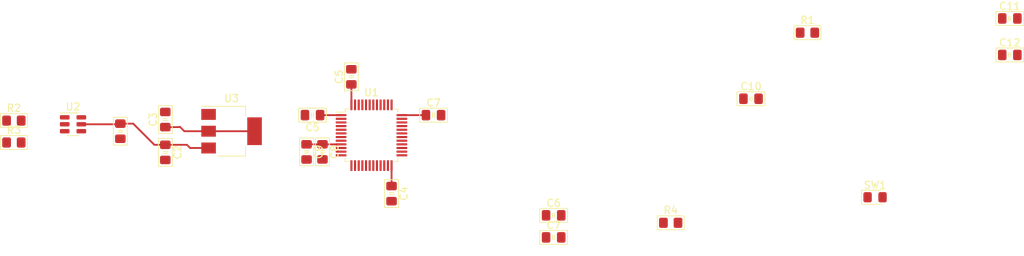
<source format=kicad_pcb>
(kicad_pcb (version 20221018) (generator pcbnew)
  (layers (0 "F.Cu" signal) (31 "B.Cu" signal) (34 "B.Paste" user) (35 "F.Paste" user) (36 "B.SilkS" user "B.Silkscreen") (37 "F.SilkS" user "F.Silkscreen") (38 "B.Mask" user) (39 "F.Mask" user) (44 "Edge.Cuts" user))
  (net 0 "")
  (net 20 "+3.3V")
  (net 41 "D+BUS")
  (net 42 "GND")
  (net 43 "D-BUS")
  (net 44 "D-")
  (net 45 "VBUS")
  (net 46 "D+")
  (net 47 "OSC_OUT")
  (net 48 "OSC_IN")
  (net 49 "LEDPWM")
  (net 51 "Net-(USB1-CC1)")
  (net 52 "Net-(USB1-CC2)")
  (net 53 "BOOT0")
  (net 54 "Net-(U1-VDDA)")
  (footprint "PCM_Capacitor_SMD_AKL:C_0805_2012Metric_Pad1.18x1.45mm_HandSolder" (layer "F.Cu") (at 119.2475 103.35 -90)
    (fp_text reference "C2" (at 0 -1.68 90) (layer "F.SilkS"))
    (fp_text value "10uF")
    (fp_line (start -1.905 -0.9525) (end -1.905 -0.889) (stroke (width 0.12)) (layer "F.SilkS"))
    (fp_line (start -1.905 -0.889) (end -1.905 0.9525) (stroke (width 0.12)) (layer "F.SilkS"))
    (fp_line (start -1.905 0.9525) (end 1.905 0.9525) (stroke (width 0.12)) (layer "F.SilkS"))
    (fp_line (start -0.127 -0.3175) (end -0.127 0.3175) (stroke (width 0.12)) (layer "F.SilkS"))
    (fp_line (start -0.127 0) (end -0.1905 0) (stroke (width 0.12)) (layer "F.SilkS"))
    (fp_line (start 0.127 0) (end 0.1905 0) (stroke (width 0.12)) (layer "F.SilkS"))
    (fp_line (start 0.127 0.3175) (end 0.127 -0.3175) (stroke (width 0.12)) (layer "F.SilkS"))
    (fp_line (start 1.905 -0.9525) (end -1.905 -0.9525) (stroke (width 0.12)) (layer "F.SilkS"))
    (fp_line (start 1.905 0.9525) (end 1.905 -0.9525) (stroke (width 0.12)) (layer "F.SilkS"))
    (pad "1" smd roundrect (at -1.0375 0 270) (size 1.175 1.45) (layers "F.Cu" "F.Paste" "F.Mask") (roundrect_rratio 0.212766) (net 45 "VBUS"))
    (pad "2" smd roundrect (at 1.0375 0 270) (size 1.175 1.45) (layers "F.Cu" "F.Paste" "F.Mask") (roundrect_rratio 0.212766) (net 42 "GND"))
  )
  (footprint "Package_QFP:LQFP-48_7x7mm_P0.5mm" (layer "F.Cu") (at 147.499998 101)
    (fp_text reference "U1" (at 0 -5.85) (layer "F.SilkS"))
    (fp_text value "STM32F303CCTx")
    (fp_line (start -3.61 -3.61) (end -3.61 -3.16) (stroke (width 0.12)) (layer "F.SilkS"))
    (fp_line (start -3.61 -3.16) (end -4.9 -3.16) (stroke (width 0.12)) (layer "F.SilkS"))
    (fp_line (start -3.61 3.61) (end -3.61 3.16) (stroke (width 0.12)) (layer "F.SilkS"))
    (fp_line (start -3.16 -3.61) (end -3.61 -3.61) (stroke (width 0.12)) (layer "F.SilkS"))
    (fp_line (start -3.16 3.61) (end -3.61 3.61) (stroke (width 0.12)) (layer "F.SilkS"))
    (fp_line (start 3.16 -3.61) (end 3.61 -3.61) (stroke (width 0.12)) (layer "F.SilkS"))
    (fp_line (start 3.16 3.61) (end 3.61 3.61) (stroke (width 0.12)) (layer "F.SilkS"))
    (fp_line (start 3.61 -3.61) (end 3.61 -3.16) (stroke (width 0.12)) (layer "F.SilkS"))
    (fp_line (start 3.61 3.61) (end 3.61 3.16) (stroke (width 0.12)) (layer "F.SilkS"))
    (pad "1" smd roundrect (at -4.1625 -2.75) (size 1.475 0.3) (layers "F.Cu" "F.Paste" "F.Mask") (net 20 "+3.3V"))
    (pad "2" smd roundrect (at -4.1625 -2.25) (size 1.475 0.3) (layers "F.Cu" "F.Paste" "F.Mask"))
    (pad "3" smd roundrect (at -4.1625 -1.75) (size 1.475 0.3) (layers "F.Cu" "F.Paste" "F.Mask"))
    (pad "4" smd roundrect (at -4.1625 -1.25) (size 1.475 0.3) (layers "F.Cu" "F.Paste" "F.Mask"))
    (pad "5" smd roundrect (at -4.1625 -0.75) (size 1.475 0.3) (layers "F.Cu" "F.Paste" "F.Mask"))
    (pad "6" smd roundrect (at -4.1625 -0.25) (size 1.475 0.3) (layers "F.Cu" "F.Paste" "F.Mask"))
    (pad "7" smd roundrect (at -4.1625 0.25) (size 1.475 0.3) (layers "F.Cu" "F.Paste" "F.Mask"))
    (pad "8" smd roundrect (at -4.1625 0.75) (size 1.475 0.3) (layers "F.Cu" "F.Paste" "F.Mask") (net 42 "GND"))
    (pad "9" smd roundrect (at -4.1625 1.25) (size 1.475 0.3) (layers "F.Cu" "F.Paste" "F.Mask") (net 54 "Net-(U1-VDDA)"))
    (pad "10" smd roundrect (at -4.1625 1.75) (size 1.475 0.3) (layers "F.Cu" "F.Paste" "F.Mask"))
    (pad "11" smd roundrect (at -4.1625 2.25) (size 1.475 0.3) (layers "F.Cu" "F.Paste" "F.Mask"))
    (pad "12" smd roundrect (at -4.1625 2.75) (size 1.475 0.3) (layers "F.Cu" "F.Paste" "F.Mask"))
    (pad "13" smd roundrect (at -2.75 4.1625) (size 0.3 1.475) (layers "F.Cu" "F.Paste" "F.Mask"))
    (pad "14" smd roundrect (at -2.25 4.1625) (size 0.3 1.475) (layers "F.Cu" "F.Paste" "F.Mask"))
    (pad "15" smd roundrect (at -1.75 4.1625) (size 0.3 1.475) (layers "F.Cu" "F.Paste" "F.Mask"))
    (pad "16" smd roundrect (at -1.25 4.1625) (size 0.3 1.475) (layers "F.Cu" "F.Paste" "F.Mask"))
    (pad "17" smd roundrect (at -0.75 4.1625) (size 0.3 1.475) (layers "F.Cu" "F.Paste" "F.Mask"))
    (pad "18" smd roundrect (at -0.25 4.1625) (size 0.3 1.475) (layers "F.Cu" "F.Paste" "F.Mask"))
    (pad "19" smd roundrect (at 0.25 4.1625) (size 0.3 1.475) (layers "F.Cu" "F.Paste" "F.Mask"))
    (pad "20" smd roundrect (at 0.75 4.1625) (size 0.3 1.475) (layers "F.Cu" "F.Paste" "F.Mask"))
    (pad "21" smd roundrect (at 1.25 4.1625) (size 0.3 1.475) (layers "F.Cu" "F.Paste" "F.Mask"))
    (pad "22" smd roundrect (at 1.75 4.1625) (size 0.3 1.475) (layers "F.Cu" "F.Paste" "F.Mask"))
    (pad "23" smd roundrect (at 2.25 4.1625) (size 0.3 1.475) (layers "F.Cu" "F.Paste" "F.Mask") (net 42 "GND"))
    (pad "24" smd roundrect (at 2.75 4.1625) (size 0.3 1.475) (layers "F.Cu" "F.Paste" "F.Mask") (net 20 "+3.3V"))
    (pad "25" smd roundrect (at 4.1625 2.75) (size 1.475 0.3) (layers "F.Cu" "F.Paste" "F.Mask"))
    (pad "26" smd roundrect (at 4.1625 2.25) (size 1.475 0.3) (layers "F.Cu" "F.Paste" "F.Mask"))
    (pad "27" smd roundrect (at 4.1625 1.75) (size 1.475 0.3) (layers "F.Cu" "F.Paste" "F.Mask"))
    (pad "28" smd roundrect (at 4.1625 1.25) (size 1.475 0.3) (layers "F.Cu" "F.Paste" "F.Mask"))
    (pad "29" smd roundrect (at 4.1625 0.75) (size 1.475 0.3) (layers "F.Cu" "F.Paste" "F.Mask"))
    (pad "30" smd roundrect (at 4.1625 0.25) (size 1.475 0.3) (layers "F.Cu" "F.Paste" "F.Mask"))
    (pad "31" smd roundrect (at 4.1625 -0.25) (size 1.475 0.3) (layers "F.Cu" "F.Paste" "F.Mask"))
    (pad "32" smd roundrect (at 4.1625 -0.75) (size 1.475 0.3) (layers "F.Cu" "F.Paste" "F.Mask"))
    (pad "33" smd roundrect (at 4.1625 -1.25) (size 1.475 0.3) (layers "F.Cu" "F.Paste" "F.Mask"))
    (pad "34" smd roundrect (at 4.1625 -1.75) (size 1.475 0.3) (layers "F.Cu" "F.Paste" "F.Mask"))
    (pad "35" smd roundrect (at 4.1625 -2.25) (size 1.475 0.3) (layers "F.Cu" "F.Paste" "F.Mask") (net 42 "GND"))
    (pad "36" smd roundrect (at 4.1625 -2.75) (size 1.475 0.3) (layers "F.Cu" "F.Paste" "F.Mask") (net 20 "+3.3V"))
    (pad "37" smd roundrect (at 2.75 -4.1625) (size 0.3 1.475) (layers "F.Cu" "F.Paste" "F.Mask"))
    (pad "38" smd roundrect (at 2.25 -4.1625) (size 0.3 1.475) (layers "F.Cu" "F.Paste" "F.Mask"))
    (pad "39" smd roundrect (at 1.75 -4.1625) (size 0.3 1.475) (layers "F.Cu" "F.Paste" "F.Mask"))
    (pad "40" smd roundrect (at 1.25 -4.1625) (size 0.3 1.475) (layers "F.Cu" "F.Paste" "F.Mask"))
    (pad "41" smd roundrect (at 0.75 -4.1625) (size 0.3 1.475) (layers "F.Cu" "F.Paste" "F.Mask"))
    (pad "42" smd roundrect (at 0.25 -4.1625) (size 0.3 1.475) (layers "F.Cu" "F.Paste" "F.Mask"))
    (pad "43" smd roundrect (at -0.25 -4.1625) (size 0.3 1.475) (layers "F.Cu" "F.Paste" "F.Mask"))
    (pad "44" smd roundrect (at -0.75 -4.1625) (size 0.3 1.475) (layers "F.Cu" "F.Paste" "F.Mask"))
    (pad "45" smd roundrect (at -1.25 -4.1625) (size 0.3 1.475) (layers "F.Cu" "F.Paste" "F.Mask"))
    (pad "46" smd roundrect (at -1.75 -4.1625) (size 0.3 1.475) (layers "F.Cu" "F.Paste" "F.Mask"))
    (pad "47" smd roundrect (at -2.25 -4.1625) (size 0.3 1.475) (layers "F.Cu" "F.Paste" "F.Mask") (net 42 "GND"))
    (pad "48" smd roundrect (at -2.75 -4.1625) (size 0.3 1.475) (layers "F.Cu" "F.Paste" "F.Mask") (net 20 "+3.3V"))
  )
  (footprint "Package_TO_SOT_SMD:SOT-23-6" (layer "F.Cu") (at 106.605 99.5)
    (fp_text reference "U2" (at 0 -2.4) (layer "F.SilkS"))
    (fp_text value "USBLC6-2SC6" hide)
    (fp_line (start 0 -1.56) (end -1.8 -1.56) (stroke (width 0.12)) (layer "F.SilkS"))
    (fp_line (start 0 -1.56) (end 0.8 -1.56) (stroke (width 0.12)) (layer "F.SilkS"))
    (fp_line (start 0 1.56) (end -0.8 1.56) (stroke (width 0.12)) (layer "F.SilkS"))
    (fp_line (start 0 1.56) (end 0.8 1.56) (stroke (width 0.12)) (layer "F.SilkS"))
    (pad "1" smd roundrect (at -1.1375 -0.95) (size 1.325 0.6) (layers "F.Cu" "F.Paste" "F.Mask") (net 41 "D+BUS"))
    (pad "2" smd roundrect (at -1.1375 0) (size 1.325 0.6) (layers "F.Cu" "F.Paste" "F.Mask") (net 42 "GND"))
    (pad "3" smd roundrect (at -1.1375 0.95) (size 1.325 0.6) (layers "F.Cu" "F.Paste" "F.Mask") (net 43 "D-BUS"))
    (pad "4" smd roundrect (at 1.1375 0.95) (size 1.325 0.6) (layers "F.Cu" "F.Paste" "F.Mask") (net 44 "D-"))
    (pad "5" smd roundrect (at 1.1375 0) (size 1.325 0.6) (layers "F.Cu" "F.Paste" "F.Mask") (net 45 "VBUS"))
    (pad "6" smd roundrect (at 1.1375 -0.95) (size 1.325 0.6) (layers "F.Cu" "F.Paste" "F.Mask") (net 46 "D+"))
  )
  (footprint "PCM_Capacitor_SMD_AKL:C_0805_2012Metric_Pad1.18x1.45mm_HandSolder" (layer "F.Cu") (at 199.5 96)
    (fp_text reference "C10" (at 0 -1.68) (layer "F.SilkS"))
    (fp_text value "C_4.7uF")
    (fp_line (start -1.905 -0.9525) (end -1.905 -0.889) (stroke (width 0.12)) (layer "F.SilkS"))
    (fp_line (start -1.905 -0.889) (end -1.905 0.9525) (stroke (width 0.12)) (layer "F.SilkS"))
    (fp_line (start -1.905 0.9525) (end 1.905 0.9525) (stroke (width 0.12)) (layer "F.SilkS"))
    (fp_line (start -0.127 -0.3175) (end -0.127 0.3175) (stroke (width 0.12)) (layer "F.SilkS"))
    (fp_line (start -0.127 0) (end -0.1905 0) (stroke (width 0.12)) (layer "F.SilkS"))
    (fp_line (start 0.127 0) (end 0.1905 0) (stroke (width 0.12)) (layer "F.SilkS"))
    (fp_line (start 0.127 0.3175) (end 0.127 -0.3175) (stroke (width 0.12)) (layer "F.SilkS"))
    (fp_line (start 1.905 -0.9525) (end -1.905 -0.9525) (stroke (width 0.12)) (layer "F.SilkS"))
    (fp_line (start 1.905 0.9525) (end 1.905 -0.9525) (stroke (width 0.12)) (layer "F.SilkS"))
    (pad "1" smd roundrect (at -1.0375 0) (size 1.175 1.45) (layers "F.Cu" "F.Paste" "F.Mask") (roundrect_rratio 0.212766))
    (pad "2" smd roundrect (at 1.0375 0) (size 1.175 1.45) (layers "F.Cu" "F.Paste" "F.Mask") (roundrect_rratio 0.212766) (net 42 "GND"))
  )
  (footprint "PCM_Capacitor_SMD_AKL:C_0805_2012Metric_Pad1.18x1.45mm_HandSolder" (layer "F.Cu") (at 172.4625 115)
    (fp_text reference "C7" (at 0 -1.68) (layer "F.SilkS"))
    (fp_text value "100nF")
    (fp_line (start -1.905 -0.9525) (end -1.905 -0.889) (stroke (width 0.12)) (layer "F.SilkS"))
    (fp_line (start -1.905 -0.889) (end -1.905 0.9525) (stroke (width 0.12)) (layer "F.SilkS"))
    (fp_line (start -1.905 0.9525) (end 1.905 0.9525) (stroke (width 0.12)) (layer "F.SilkS"))
    (fp_line (start -0.127 -0.3175) (end -0.127 0.3175) (stroke (width 0.12)) (layer "F.SilkS"))
    (fp_line (start -0.127 0) (end -0.1905 0) (stroke (width 0.12)) (layer "F.SilkS"))
    (fp_line (start 0.127 0) (end 0.1905 0) (stroke (width 0.12)) (layer "F.SilkS"))
    (fp_line (start 0.127 0.3175) (end 0.127 -0.3175) (stroke (width 0.12)) (layer "F.SilkS"))
    (fp_line (start 1.905 -0.9525) (end -1.905 -0.9525) (stroke (width 0.12)) (layer "F.SilkS"))
    (fp_line (start 1.905 0.9525) (end 1.905 -0.9525) (stroke (width 0.12)) (layer "F.SilkS"))
    (pad "1" smd roundrect (at -1.0375 0) (size 1.175 1.45) (layers "F.Cu" "F.Paste" "F.Mask") (roundrect_rratio 0.212766) (net 20 "+3.3V"))
    (pad "2" smd roundrect (at 1.0375 0) (size 1.175 1.45) (layers "F.Cu" "F.Paste" "F.Mask") (roundrect_rratio 0.212766) (net 42 "GND"))
  )
  (footprint "PCM_Capacitor_SMD_AKL:C_0805_2012Metric_Pad1.18x1.45mm_HandSolder" (layer "F.Cu") (at 234.9625 85)
    (fp_text reference "C11" (at 0 -1.68) (layer "F.SilkS"))
    (fp_text value "30pF")
    (fp_line (start -1.905 -0.9525) (end -1.905 -0.889) (stroke (width 0.12)) (layer "F.SilkS"))
    (fp_line (start -1.905 -0.889) (end -1.905 0.9525) (stroke (width 0.12)) (layer "F.SilkS"))
    (fp_line (start -1.905 0.9525) (end 1.905 0.9525) (stroke (width 0.12)) (layer "F.SilkS"))
    (fp_line (start -0.127 -0.3175) (end -0.127 0.3175) (stroke (width 0.12)) (layer "F.SilkS"))
    (fp_line (start -0.127 0) (end -0.1905 0) (stroke (width 0.12)) (layer "F.SilkS"))
    (fp_line (start 0.127 0) (end 0.1905 0) (stroke (width 0.12)) (layer "F.SilkS"))
    (fp_line (start 0.127 0.3175) (end 0.127 -0.3175) (stroke (width 0.12)) (layer "F.SilkS"))
    (fp_line (start 1.905 -0.9525) (end -1.905 -0.9525) (stroke (width 0.12)) (layer "F.SilkS"))
    (fp_line (start 1.905 0.9525) (end 1.905 -0.9525) (stroke (width 0.12)) (layer "F.SilkS"))
    (pad "1" smd roundrect (at -1.0375 0) (size 1.175 1.45) (layers "F.Cu" "F.Paste" "F.Mask") (roundrect_rratio 0.212766) (net 47 "OSC_OUT"))
    (pad "2" smd roundrect (at 1.0375 0) (size 1.175 1.45) (layers "F.Cu" "F.Paste" "F.Mask") (roundrect_rratio 0.212766) (net 42 "GND"))
  )
  (footprint "PCM_Resistor_SMD_AKL:R_0805_2012Metric_Pad1.20x1.40mm_HandSolder" (layer "F.Cu") (at 98.5 102)
    (fp_text reference "R3" (at 0 -1.7145) (layer "F.SilkS"))
    (fp_text value "5.1k")
    (fp_line (start -1.8415 -0.9525) (end -1.8415 0.9525) (stroke (width 0.12)) (layer "F.SilkS"))
    (fp_line (start -1.8415 0.9525) (end 1.8415 0.9525) (stroke (width 0.12)) (layer "F.SilkS"))
    (fp_line (start 1.8415 -0.9525) (end -1.8415 -0.9525) (stroke (width 0.12)) (layer "F.SilkS"))
    (fp_line (start 1.8415 0.9525) (end 1.8415 -0.9525) (stroke (width 0.12)) (layer "F.SilkS"))
    (pad "1" smd roundrect (at -1 0) (size 1.2 1.4) (layers "F.Cu" "F.Paste" "F.Mask") (roundrect_rratio 0.208333) (net 42 "GND"))
    (pad "2" smd roundrect (at 1 0) (size 1.2 1.4) (layers "F.Cu" "F.Paste" "F.Mask") (roundrect_rratio 0.208333) (net 52 "Net-(USB1-CC2)"))
  )
  (footprint "Diode_SMD:D_0805_2012Metric_Pad1.15x1.40mm_HandSolder" (layer "F.Cu") (at 216.5 109.5)
    (fp_text reference "SW1" (at 0 -1.65) (layer "F.SilkS"))
    (fp_text value "SW_Push")
    (fp_line (start -1.86 -0.96) (end -1.86 0.96) (stroke (width 0.12)) (layer "F.SilkS"))
    (fp_line (start -1.86 0.96) (end 1 0.96) (stroke (width 0.12)) (layer "F.SilkS"))
    (fp_line (start 1 -0.96) (end -1.86 -0.96) (stroke (width 0.12)) (layer "F.SilkS"))
    (pad "1" smd roundrect (at -1.025 0) (size 1.15 1.4) (layers "F.Cu" "F.Paste" "F.Mask") (roundrect_rratio 0.217391) (net 20 "+3.3V"))
    (pad "2" smd roundrect (at 1.025 0) (size 1.15 1.4) (layers "F.Cu" "F.Paste" "F.Mask") (roundrect_rratio 0.217391) (net 53 "BOOT0"))
  )
  (footprint "PCM_Capacitor_SMD_AKL:C_0805_2012Metric_Pad1.18x1.45mm_HandSolder" (layer "F.Cu") (at 138.602309 103.285082 -90)
    (fp_text reference "C9" (at 0 -1.68 90) (layer "F.SilkS"))
    (fp_text value "10nF")
    (fp_line (start -1.905 -0.9525) (end -1.905 -0.889) (stroke (width 0.12)) (layer "F.SilkS"))
    (fp_line (start -1.905 -0.889) (end -1.905 0.9525) (stroke (width 0.12)) (layer "F.SilkS"))
    (fp_line (start -1.905 0.9525) (end 1.905 0.9525) (stroke (width 0.12)) (layer "F.SilkS"))
    (fp_line (start -0.127 -0.3175) (end -0.127 0.3175) (stroke (width 0.12)) (layer "F.SilkS"))
    (fp_line (start -0.127 0) (end -0.1905 0) (stroke (width 0.12)) (layer "F.SilkS"))
    (fp_line (start 0.127 0) (end 0.1905 0) (stroke (width 0.12)) (layer "F.SilkS"))
    (fp_line (start 0.127 0.3175) (end 0.127 -0.3175) (stroke (width 0.12)) (layer "F.SilkS"))
    (fp_line (start 1.905 -0.9525) (end -1.905 -0.9525) (stroke (width 0.12)) (layer "F.SilkS"))
    (fp_line (start 1.905 0.9525) (end 1.905 -0.9525) (stroke (width 0.12)) (layer "F.SilkS"))
    (pad "1" smd roundrect (at -1.0375 0 270) (size 1.175 1.45) (layers "F.Cu" "F.Paste" "F.Mask") (roundrect_rratio 0.212766) (net 54 "Net-(U1-VDDA)"))
    (pad "2" smd roundrect (at 1.0375 0 270) (size 1.175 1.45) (layers "F.Cu" "F.Paste" "F.Mask") (roundrect_rratio 0.212766) (net 42 "GND"))
  )
  (footprint "PCM_Resistor_SMD_AKL:R_0805_2012Metric_Pad1.20x1.40mm_HandSolder" (layer "F.Cu") (at 188.5 113)
    (fp_text reference "R4" (at 0 -1.7145) (layer "F.SilkS"))
    (fp_text value "10k")
    (fp_line (start -1.8415 -0.9525) (end -1.8415 0.9525) (stroke (width 0.12)) (layer "F.SilkS"))
    (fp_line (start -1.8415 0.9525) (end 1.8415 0.9525) (stroke (width 0.12)) (layer "F.SilkS"))
    (fp_line (start 1.8415 -0.9525) (end -1.8415 -0.9525) (stroke (width 0.12)) (layer "F.SilkS"))
    (fp_line (start 1.8415 0.9525) (end 1.8415 -0.9525) (stroke (width 0.12)) (layer "F.SilkS"))
    (pad "1" smd roundrect (at -1 0) (size 1.2 1.4) (layers "F.Cu" "F.Paste" "F.Mask") (roundrect_rratio 0.208333) (net 42 "GND"))
    (pad "2" smd roundrect (at 1 0) (size 1.2 1.4) (layers "F.Cu" "F.Paste" "F.Mask") (roundrect_rratio 0.208333) (net 53 "BOOT0"))
  )
  (footprint "PCM_Capacitor_SMD_AKL:C_0805_2012Metric_Pad1.18x1.45mm_HandSolder" (layer "F.Cu") (at 144.739944 92.997813 90)
    (fp_text reference "C5" (at 0 -1.68 90) (layer "F.SilkS"))
    (fp_text value "100nF")
    (fp_line (start -1.905 -0.9525) (end -1.905 -0.889) (stroke (width 0.12)) (layer "F.SilkS"))
    (fp_line (start -1.905 -0.889) (end -1.905 0.9525) (stroke (width 0.12)) (layer "F.SilkS"))
    (fp_line (start -1.905 0.9525) (end 1.905 0.9525) (stroke (width 0.12)) (layer "F.SilkS"))
    (fp_line (start -0.127 -0.3175) (end -0.127 0.3175) (stroke (width 0.12)) (layer "F.SilkS"))
    (fp_line (start -0.127 0) (end -0.1905 0) (stroke (width 0.12)) (layer "F.SilkS"))
    (fp_line (start 0.127 0) (end 0.1905 0) (stroke (width 0.12)) (layer "F.SilkS"))
    (fp_line (start 0.127 0.3175) (end 0.127 -0.3175) (stroke (width 0.12)) (layer "F.SilkS"))
    (fp_line (start 1.905 -0.9525) (end -1.905 -0.9525) (stroke (width 0.12)) (layer "F.SilkS"))
    (fp_line (start 1.905 0.9525) (end 1.905 -0.9525) (stroke (width 0.12)) (layer "F.SilkS"))
    (pad "1" smd roundrect (at -1.0375 0 90) (size 1.175 1.45) (layers "F.Cu" "F.Paste" "F.Mask") (roundrect_rratio 0.212766) (net 20 "+3.3V"))
    (pad "2" smd roundrect (at 1.0375 0 90) (size 1.175 1.45) (layers "F.Cu" "F.Paste" "F.Mask") (roundrect_rratio 0.212766) (net 42 "GND"))
  )
  (footprint "PCM_Capacitor_SMD_AKL:C_0805_2012Metric_Pad1.18x1.45mm_HandSolder" (layer "F.Cu") (at 140.78191 103.278588 -90)
    (fp_text reference "C8" (at 0 -1.68 90) (layer "F.SilkS"))
    (fp_text value "1uF")
    (fp_line (start -1.905 -0.9525) (end -1.905 -0.889) (stroke (width 0.12)) (layer "F.SilkS"))
    (fp_line (start -1.905 -0.889) (end -1.905 0.9525) (stroke (width 0.12)) (layer "F.SilkS"))
    (fp_line (start -1.905 0.9525) (end 1.905 0.9525) (stroke (width 0.12)) (layer "F.SilkS"))
    (fp_line (start -0.127 -0.3175) (end -0.127 0.3175) (stroke (width 0.12)) (layer "F.SilkS"))
    (fp_line (start -0.127 0) (end -0.1905 0) (stroke (width 0.12)) (layer "F.SilkS"))
    (fp_line (start 0.127 0) (end 0.1905 0) (stroke (width 0.12)) (layer "F.SilkS"))
    (fp_line (start 0.127 0.3175) (end 0.127 -0.3175) (stroke (width 0.12)) (layer "F.SilkS"))
    (fp_line (start 1.905 -0.9525) (end -1.905 -0.9525) (stroke (width 0.12)) (layer "F.SilkS"))
    (fp_line (start 1.905 0.9525) (end 1.905 -0.9525) (stroke (width 0.12)) (layer "F.SilkS"))
    (pad "1" smd roundrect (at -1.0375 0 270) (size 1.175 1.45) (layers "F.Cu" "F.Paste" "F.Mask") (roundrect_rratio 0.212766) (net 54 "Net-(U1-VDDA)"))
    (pad "2" smd roundrect (at 1.0375 0 270) (size 1.175 1.45) (layers "F.Cu" "F.Paste" "F.Mask") (roundrect_rratio 0.212766) (net 42 "GND"))
  )
  (footprint "PCM_Resistor_SMD_AKL:R_0805_2012Metric_Pad1.20x1.40mm_HandSolder" (layer "F.Cu") (at 98.5 99)
    (fp_text reference "R2" (at 0 -1.7145) (layer "F.SilkS"))
    (fp_text value "5.1k")
    (fp_line (start -1.8415 -0.9525) (end -1.8415 0.9525) (stroke (width 0.12)) (layer "F.SilkS"))
    (fp_line (start -1.8415 0.9525) (end 1.8415 0.9525) (stroke (width 0.12)) (layer "F.SilkS"))
    (fp_line (start 1.8415 -0.9525) (end -1.8415 -0.9525) (stroke (width 0.12)) (layer "F.SilkS"))
    (fp_line (start 1.8415 0.9525) (end 1.8415 -0.9525) (stroke (width 0.12)) (layer "F.SilkS"))
    (pad "1" smd roundrect (at -1 0) (size 1.2 1.4) (layers "F.Cu" "F.Paste" "F.Mask") (roundrect_rratio 0.208333) (net 42 "GND"))
    (pad "2" smd roundrect (at 1 0) (size 1.2 1.4) (layers "F.Cu" "F.Paste" "F.Mask") (roundrect_rratio 0.208333) (net 51 "Net-(USB1-CC1)"))
  )
  (footprint "PCM_Capacitor_SMD_AKL:C_0805_2012Metric_Pad1.18x1.45mm_HandSolder" (layer "F.Cu") (at 234.9625 90)
    (fp_text reference "C12" (at 0 -1.68) (layer "F.SilkS"))
    (fp_text value "30pF")
    (fp_line (start -1.905 -0.9525) (end -1.905 -0.889) (stroke (width 0.12)) (layer "F.SilkS"))
    (fp_line (start -1.905 -0.889) (end -1.905 0.9525) (stroke (width 0.12)) (layer "F.SilkS"))
    (fp_line (start -1.905 0.9525) (end 1.905 0.9525) (stroke (width 0.12)) (layer "F.SilkS"))
    (fp_line (start -0.127 -0.3175) (end -0.127 0.3175) (stroke (width 0.12)) (layer "F.SilkS"))
    (fp_line (start -0.127 0) (end -0.1905 0) (stroke (width 0.12)) (layer "F.SilkS"))
    (fp_line (start 0.127 0) (end 0.1905 0) (stroke (width 0.12)) (layer "F.SilkS"))
    (fp_line (start 0.127 0.3175) (end 0.127 -0.3175) (stroke (width 0.12)) (layer "F.SilkS"))
    (fp_line (start 1.905 -0.9525) (end -1.905 -0.9525) (stroke (width 0.12)) (layer "F.SilkS"))
    (fp_line (start 1.905 0.9525) (end 1.905 -0.9525) (stroke (width 0.12)) (layer "F.SilkS"))
    (pad "1" smd roundrect (at -1.0375 0) (size 1.175 1.45) (layers "F.Cu" "F.Paste" "F.Mask") (roundrect_rratio 0.212766) (net 48 "OSC_IN"))
    (pad "2" smd roundrect (at 1.0375 0) (size 1.175 1.45) (layers "F.Cu" "F.Paste" "F.Mask") (roundrect_rratio 0.212766) (net 42 "GND"))
  )
  (footprint "Package_TO_SOT_SMD:SOT-223-3_TabPin2" (layer "F.Cu") (at 128.3275 100.45)
    (fp_text reference "U3" (at 0 -4.5) (layer "F.SilkS"))
    (fp_text value "NCP1117-3.3_SOT223" hide)
    (fp_line (start -4.1 -3.41) (end 1.91 -3.41) (stroke (width 0.12)) (layer "F.SilkS"))
    (fp_line (start -1.85 3.41) (end 1.91 3.41) (stroke (width 0.12)) (layer "F.SilkS"))
    (fp_line (start 1.91 -3.41) (end 1.91 -2.15) (stroke (width 0.12)) (layer "F.SilkS"))
    (fp_line (start 1.91 3.41) (end 1.91 2.15) (stroke (width 0.12)) (layer "F.SilkS"))
    (pad "1" smd rect (at -3.15 -2.3) (size 2 1.5) (layers "F.Cu" "F.Paste" "F.Mask") (net 42 "GND"))
    (pad "2" smd rect (at -3.15 0) (size 2 1.5) (layers "F.Cu" "F.Paste" "F.Mask") (net 20 "+3.3V"))
    (pad "2" smd rect (at 3.15 0) (size 2 3.8) (layers "F.Cu" "F.Paste" "F.Mask") (net 20 "+3.3V"))
    (pad "3" smd rect (at -3.15 2.3) (size 2 1.5) (layers "F.Cu" "F.Paste" "F.Mask") (net 45 "VBUS"))
  )
  (footprint "PCM_Capacitor_SMD_AKL:C_0805_2012Metric_Pad1.18x1.45mm_HandSolder" (layer "F.Cu") (at 155.999998 98.24898)
    (fp_text reference "C7" (at 0 -1.68) (layer "F.SilkS"))
    (fp_text value "100nF")
    (fp_line (start -1.905 -0.9525) (end -1.905 -0.889) (stroke (width 0.12)) (layer "F.SilkS"))
    (fp_line (start -1.905 -0.889) (end -1.905 0.9525) (stroke (width 0.12)) (layer "F.SilkS"))
    (fp_line (start -1.905 0.9525) (end 1.905 0.9525) (stroke (width 0.12)) (layer "F.SilkS"))
    (fp_line (start -0.127 -0.3175) (end -0.127 0.3175) (stroke (width 0.12)) (layer "F.SilkS"))
    (fp_line (start -0.127 0) (end -0.1905 0) (stroke (width 0.12)) (layer "F.SilkS"))
    (fp_line (start 0.127 0) (end 0.1905 0) (stroke (width 0.12)) (layer "F.SilkS"))
    (fp_line (start 0.127 0.3175) (end 0.127 -0.3175) (stroke (width 0.12)) (layer "F.SilkS"))
    (fp_line (start 1.905 -0.9525) (end -1.905 -0.9525) (stroke (width 0.12)) (layer "F.SilkS"))
    (fp_line (start 1.905 0.9525) (end 1.905 -0.9525) (stroke (width 0.12)) (layer "F.SilkS"))
    (pad "1" smd roundrect (at -1.0375 0) (size 1.175 1.45) (layers "F.Cu" "F.Paste" "F.Mask") (roundrect_rratio 0.212766) (net 20 "+3.3V"))
    (pad "2" smd roundrect (at 1.0375 0) (size 1.175 1.45) (layers "F.Cu" "F.Paste" "F.Mask") (roundrect_rratio 0.212766) (net 42 "GND"))
  )
  (footprint "PCM_Capacitor_SMD_AKL:C_0805_2012Metric_Pad1.18x1.45mm_HandSolder" (layer "F.Cu") (at 172.4625 111.975)
    (fp_text reference "C6" (at 0 -1.68) (layer "F.SilkS"))
    (fp_text value "100nF")
    (fp_line (start -1.905 -0.9525) (end -1.905 -0.889) (stroke (width 0.12)) (layer "F.SilkS"))
    (fp_line (start -1.905 -0.889) (end -1.905 0.9525) (stroke (width 0.12)) (layer "F.SilkS"))
    (fp_line (start -1.905 0.9525) (end 1.905 0.9525) (stroke (width 0.12)) (layer "F.SilkS"))
    (fp_line (start -0.127 -0.3175) (end -0.127 0.3175) (stroke (width 0.12)) (layer "F.SilkS"))
    (fp_line (start -0.127 0) (end -0.1905 0) (stroke (width 0.12)) (layer "F.SilkS"))
    (fp_line (start 0.127 0) (end 0.1905 0) (stroke (width 0.12)) (layer "F.SilkS"))
    (fp_line (start 0.127 0.3175) (end 0.127 -0.3175) (stroke (width 0.12)) (layer "F.SilkS"))
    (fp_line (start 1.905 -0.9525) (end -1.905 -0.9525) (stroke (width 0.12)) (layer "F.SilkS"))
    (fp_line (start 1.905 0.9525) (end 1.905 -0.9525) (stroke (width 0.12)) (layer "F.SilkS"))
    (pad "1" smd roundrect (at -1.0375 0) (size 1.175 1.45) (layers "F.Cu" "F.Paste" "F.Mask") (roundrect_rratio 0.212766) (net 20 "+3.3V"))
    (pad "2" smd roundrect (at 1.0375 0) (size 1.175 1.45) (layers "F.Cu" "F.Paste" "F.Mask") (roundrect_rratio 0.212766) (net 42 "GND"))
  )
  (footprint "PCM_Capacitor_SMD_AKL:C_0805_2012Metric_Pad1.18x1.45mm_HandSolder" (layer "F.Cu") (at 113.0875 100.45 -90)
    (fp_text reference "C1" hide)
    (fp_text value "100nF")
    (fp_line (start -1.905 -0.9525) (end -1.905 -0.889) (stroke (width 0.12)) (layer "F.SilkS"))
    (fp_line (start -1.905 -0.889) (end -1.905 0.9525) (stroke (width 0.12)) (layer "F.SilkS"))
    (fp_line (start -1.905 0.9525) (end 1.905 0.9525) (stroke (width 0.12)) (layer "F.SilkS"))
    (fp_line (start -0.127 -0.3175) (end -0.127 0.3175) (stroke (width 0.12)) (layer "F.SilkS"))
    (fp_line (start -0.127 0) (end -0.1905 0) (stroke (width 0.12)) (layer "F.SilkS"))
    (fp_line (start 0.127 0) (end 0.1905 0) (stroke (width 0.12)) (layer "F.SilkS"))
    (fp_line (start 0.127 0.3175) (end 0.127 -0.3175) (stroke (width 0.12)) (layer "F.SilkS"))
    (fp_line (start 1.905 -0.9525) (end -1.905 -0.9525) (stroke (width 0.12)) (layer "F.SilkS"))
    (fp_line (start 1.905 0.9525) (end 1.905 -0.9525) (stroke (width 0.12)) (layer "F.SilkS"))
    (pad "1" smd roundrect (at -1.0375 0 270) (size 1.175 1.45) (layers "F.Cu" "F.Paste" "F.Mask") (roundrect_rratio 0.212766) (net 45 "VBUS"))
    (pad "2" smd roundrect (at 1.0375 0 270) (size 1.175 1.45) (layers "F.Cu" "F.Paste" "F.Mask") (roundrect_rratio 0.212766) (net 42 "GND"))
  )
  (footprint "PCM_Capacitor_SMD_AKL:C_0805_2012Metric_Pad1.18x1.45mm_HandSolder" (layer "F.Cu") (at 119.2475 98.85 90)
    (fp_text reference "C3" (at 0 -1.68 90) (layer "F.SilkS"))
    (fp_text value "10uF")
    (fp_line (start -1.905 -0.9525) (end -1.905 -0.889) (stroke (width 0.12)) (layer "F.SilkS"))
    (fp_line (start -1.905 -0.889) (end -1.905 0.9525) (stroke (width 0.12)) (layer "F.SilkS"))
    (fp_line (start -1.905 0.9525) (end 1.905 0.9525) (stroke (width 0.12)) (layer "F.SilkS"))
    (fp_line (start -0.127 -0.3175) (end -0.127 0.3175) (stroke (width 0.12)) (layer "F.SilkS"))
    (fp_line (start -0.127 0) (end -0.1905 0) (stroke (width 0.12)) (layer "F.SilkS"))
    (fp_line (start 0.127 0) (end 0.1905 0) (stroke (width 0.12)) (layer "F.SilkS"))
    (fp_line (start 0.127 0.3175) (end 0.127 -0.3175) (stroke (width 0.12)) (layer "F.SilkS"))
    (fp_line (start 1.905 -0.9525) (end -1.905 -0.9525) (stroke (width 0.12)) (layer "F.SilkS"))
    (fp_line (start 1.905 0.9525) (end 1.905 -0.9525) (stroke (width 0.12)) (layer "F.SilkS"))
    (pad "1" smd roundrect (at -1.0375 0 90) (size 1.175 1.45) (layers "F.Cu" "F.Paste" "F.Mask") (roundrect_rratio 0.212766) (net 20 "+3.3V"))
    (pad "2" smd roundrect (at 1.0375 0 90) (size 1.175 1.45) (layers "F.Cu" "F.Paste" "F.Mask") (roundrect_rratio 0.212766) (net 42 "GND"))
  )
  (footprint "PCM_Capacitor_SMD_AKL:C_0805_2012Metric_Pad1.18x1.45mm_HandSolder" (layer "F.Cu") (at 150.248681 109 -90)
    (fp_text reference "C4" (at 0 -1.68 90) (layer "F.SilkS"))
    (fp_text value "100nF")
    (fp_line (start -1.905 -0.9525) (end -1.905 -0.889) (stroke (width 0.12)) (layer "F.SilkS"))
    (fp_line (start -1.905 -0.889) (end -1.905 0.9525) (stroke (width 0.12)) (layer "F.SilkS"))
    (fp_line (start -1.905 0.9525) (end 1.905 0.9525) (stroke (width 0.12)) (layer "F.SilkS"))
    (fp_line (start -0.127 -0.3175) (end -0.127 0.3175) (stroke (width 0.12)) (layer "F.SilkS"))
    (fp_line (start -0.127 0) (end -0.1905 0) (stroke (width 0.12)) (layer "F.SilkS"))
    (fp_line (start 0.127 0) (end 0.1905 0) (stroke (width 0.12)) (layer "F.SilkS"))
    (fp_line (start 0.127 0.3175) (end 0.127 -0.3175) (stroke (width 0.12)) (layer "F.SilkS"))
    (fp_line (start 1.905 -0.9525) (end -1.905 -0.9525) (stroke (width 0.12)) (layer "F.SilkS"))
    (fp_line (start 1.905 0.9525) (end 1.905 -0.9525) (stroke (width 0.12)) (layer "F.SilkS"))
    (pad "1" smd roundrect (at -1.0375 0 270) (size 1.175 1.45) (layers "F.Cu" "F.Paste" "F.Mask") (roundrect_rratio 0.212766) (net 20 "+3.3V"))
    (pad "2" smd roundrect (at 1.0375 0 270) (size 1.175 1.45) (layers "F.Cu" "F.Paste" "F.Mask") (roundrect_rratio 0.212766) (net 42 "GND"))
  )
  (footprint "PCM_Capacitor_SMD_AKL:C_0805_2012Metric_Pad1.18x1.45mm_HandSolder" (layer "F.Cu") (at 139.424136 98.242072 180)
    (fp_text reference "C5" (at 0 -1.68) (layer "F.SilkS"))
    (fp_text value "100nF")
    (fp_line (start -1.905 -0.9525) (end -1.905 -0.889) (stroke (width 0.12)) (layer "F.SilkS"))
    (fp_line (start -1.905 -0.889) (end -1.905 0.9525) (stroke (width 0.12)) (layer "F.SilkS"))
    (fp_line (start -1.905 0.9525) (end 1.905 0.9525) (stroke (width 0.12)) (layer "F.SilkS"))
    (fp_line (start -0.127 -0.3175) (end -0.127 0.3175) (stroke (width 0.12)) (layer "F.SilkS"))
    (fp_line (start -0.127 0) (end -0.1905 0) (stroke (width 0.12)) (layer "F.SilkS"))
    (fp_line (start 0.127 0) (end 0.1905 0) (stroke (width 0.12)) (layer "F.SilkS"))
    (fp_line (start 0.127 0.3175) (end 0.127 -0.3175) (stroke (width 0.12)) (layer "F.SilkS"))
    (fp_line (start 1.905 -0.9525) (end -1.905 -0.9525) (stroke (width 0.12)) (layer "F.SilkS"))
    (fp_line (start 1.905 0.9525) (end 1.905 -0.9525) (stroke (width 0.12)) (layer "F.SilkS"))
    (pad "1" smd roundrect (at -1.0375 0 180) (size 1.175 1.45) (layers "F.Cu" "F.Paste" "F.Mask") (roundrect_rratio 0.212766) (net 20 "+3.3V"))
    (pad "2" smd roundrect (at 1.0375 0 180) (size 1.175 1.45) (layers "F.Cu" "F.Paste" "F.Mask") (roundrect_rratio 0.212766) (net 42 "GND"))
  )
  (footprint "PCM_Resistor_SMD_AKL:R_0805_2012Metric_Pad1.20x1.40mm_HandSolder" (layer "F.Cu") (at 207.2365 86.9525)
    (fp_text reference "R1" (at 0 -1.7145) (layer "F.SilkS"))
    (fp_text value "470")
    (fp_line (start -1.8415 -0.9525) (end -1.8415 0.9525) (stroke (width 0.12)) (layer "F.SilkS"))
    (fp_line (start -1.8415 0.9525) (end 1.8415 0.9525) (stroke (width 0.12)) (layer "F.SilkS"))
    (fp_line (start 1.8415 -0.9525) (end -1.8415 -0.9525) (stroke (width 0.12)) (layer "F.SilkS"))
    (fp_line (start 1.8415 0.9525) (end 1.8415 -0.9525) (stroke (width 0.12)) (layer "F.SilkS"))
    (pad "1" smd roundrect (at -1 0) (size 1.2 1.4) (layers "F.Cu" "F.Paste" "F.Mask") (roundrect_rratio 0.208333))
    (pad "2" smd roundrect (at 1 0) (size 1.2 1.4) (layers "F.Cu" "F.Paste" "F.Mask") (roundrect_rratio 0.208333) (net 49 "LEDPWM"))
  )
  (segment (start 140.469564 98.25) (end 140.461636 98.242072) (width 0.25) (layer "F.Cu") (net 20))
  (segment (start 150.249998 105.1625) (end 150.249998 107.961183) (width 0.25) (layer "F.Cu") (net 20))
  (segment (start 151.662498 98.25) (end 154.961478 98.25) (width 0.25) (layer "F.Cu") (net 20))
  (segment (start 144.749998 94.045367) (end 144.739944 94.035313) (width 0.25) (layer "F.Cu") (net 20))
  (segment (start 121.8475 100.45) (end 121.2475 99.85) (width 0.25) (layer "F.Cu") (net 20))
  (segment (start 125.1775 100.45) (end 121.8475 100.45) (width 0.25) (layer "F.Cu") (net 20))
  (segment (start 125.1775 100.45) (end 131.4775 100.45) (width 0.25) (layer "F.Cu") (net 20))
  (segment (start 144.749998 96.8375) (end 144.749998 94.045367) (width 0.25) (layer "F.Cu") (net 20))
  (segment (start 154.961478 98.25) (end 154.962498 98.24898) (width 0.25) (layer "F.Cu") (net 20))
  (segment (start 121.21 99.8875) (end 119.2475 99.8875) (width 0.25) (layer "F.Cu") (net 20))
  (segment (start 143.337498 98.25) (end 140.469564 98.25) (width 0.25) (layer "F.Cu") (net 20))
  (segment (start 150.249998 107.961183) (end 150.248681 107.9625) (width 0.25) (layer "F.Cu") (net 20))
  (segment (start 121.2475 99.85) (end 121.21 99.8875) (width 0.25) (layer "F.Cu") (net 20))
  (segment (start 122.21 102.3125) (end 119.2475 102.3125) (width 0.25) (layer "F.Cu") (net 45))
  (segment (start 113 99.5) (end 113.0875 99.4125) (width 0.25) (layer "F.Cu") (net 45))
  (segment (start 122.6475 102.75) (end 122.21 102.3125) (width 0.25) (layer "F.Cu") (net 45))
  (segment (start 107.7425 99.5) (end 113 99.5) (width 0.25) (layer "F.Cu") (net 45))
  (segment (start 114.8475 99.4125) (end 117.7475 102.3125) (width 0.25) (layer "F.Cu") (net 45))
  (segment (start 113.0875 99.4125) (end 114.8475 99.4125) (width 0.25) (layer "F.Cu") (net 45))
  (segment (start 125.1775 102.75) (end 122.6475 102.75) (width 0.25) (layer "F.Cu") (net 45))
  (segment (start 117.7475 102.3125) (end 119.2475 102.3125) (width 0.25) (layer "F.Cu") (net 45))
  (segment (start 138.602309 102.247582) (end 140.775416 102.247582) (width 0.25) (layer "F.Cu") (net 54))
  (segment (start 138.609975 102.239916) (end 138.602309 102.247582) (width 0.25) (layer "F.Cu") (net 54))
  (segment (start 143.337498 102.25) (end 140.790822 102.25) (width 0.25) (layer "F.Cu") (net 54))
  (segment (start 140.790822 102.25) (end 140.78191 102.241088) (width 0.25) (layer "F.Cu") (net 54))
  (segment (start 140.775416 102.247582) (end 140.78191 102.241088) (width 0.25) (layer "F.Cu") (net 54))
)
</source>
